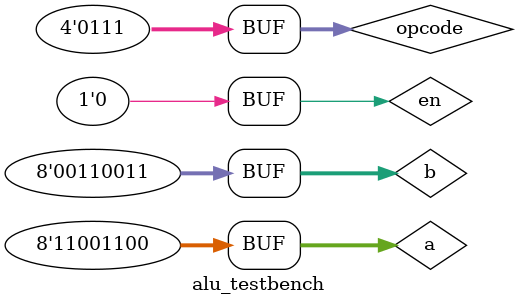
<source format=v>
`timescale 1ns / 1ps


module alu_testbench();
reg [7:0] a;
reg [7:0] b;
reg en;
reg [3:0] opcode;
                                             
wire cout;
wire [7:0]  out;

localparam period = 20;
                          
alu_8 i1 (

	.a(a),
	.b(b),
	.cout(cout),
	.en(en),
	.opcode(opcode),
	.out(out)
);

initial                                                
	begin                                                  
		a = 8'b00000000;  // initial
		b = 8'b00000000;
		en = 1'b0;
		opcode = 4'b0000;

		#period;

		#5 en = 1'b1;
		#1 opcode = 4'b1111;  // add
		a = 8'b11111111;
		b = 8'b11111111;
		#2 en = 1'b0;

		#period;

		#5 en = 1'b1;
		#1 opcode = 4'b0110;  // or
		a = 8'b11001100;
		b = 8'b00110011;
		#2 en = 1'b0;
		
		#period;
		
		#5 en = 1'b1;
		#1 opcode = 4'b0100;  // not
		a = 8'b10101010;
		#2 en = 1'b0;
		
		#period;
		
		#5 en = 1'b1;
		#1 opcode = 4'b1110;  //subtract
		a = 8'b00000000;
		b = 8'b00000001;
		#2 en = 1'b0;
		
		#period;
		
		#5 en = 1'b1;
		#1 opcode = 4'b0111;  // and
		a = 8'b11001100;
		b = 8'b00110011;
		#2 en = 1'b0;
		
		#period;
	                                     
	end                                       
endmodule

</source>
